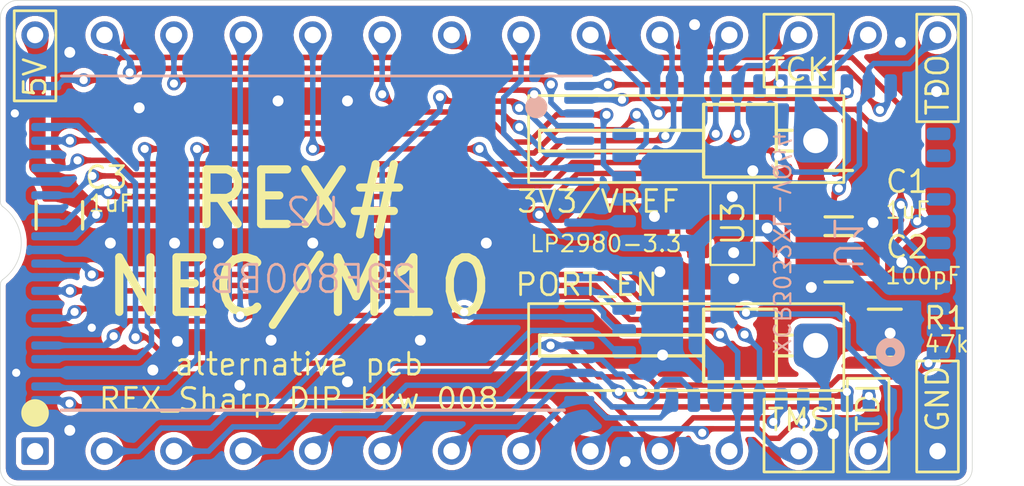
<source format=kicad_pcb>
(kicad_pcb (version 20221018) (generator pcbnew)
  (title_block (title "REX_Sharp_DIP_bkw") (date "2023-07-04") (rev "008") (company "Brian K. White - b.kenyon.w@gmail.com") (comment 1 "Based on REX NEC by Steve Adolph"))
  (layers (0 "F.Cu" signal "Top") (31 "B.Cu" signal "Bottom") (34 "B.Paste" user) (35 "F.Paste" user) (36 "B.SilkS" user "B.Silkscreen") (37 "F.SilkS" user "F.Silkscreen") (38 "B.Mask" user) (39 "F.Mask" user) (44 "Edge.Cuts" user))
  (net 0 "")
  (net 1 "GND")
  (net 2 "+3V3")
  (net 3 "/PORT_EN")
  (net 4 "/D1{slash}TMS")
  (net 5 "/A12")
  (net 6 "/A7")
  (net 7 "/A6")
  (net 8 "/A5")
  (net 9 "/A4")
  (net 10 "+5V")
  (net 11 "/A3")
  (net 12 "/A2")
  (net 13 "/A1")
  (net 14 "/A0")
  (net 15 "/D0")
  (net 16 "/D4")
  (net 17 "/D6")
  (net 18 "/D7")
  (net 19 "/~{BUS_CS}")
  (net 20 "/A10")
  (net 21 "/~{BUS_OE}")
  (net 22 "/A11")
  (net 23 "/A9")
  (net 24 "/A13")
  (net 25 "/A14")
  (net 26 "/D2{slash}TDI")
  (net 27 "/D3{slash}TDO")
  (net 28 "/A17")
  (net 29 "/D5{slash}TCK")
  (net 30 "/A16")
  (net 31 "/RY{slash}~{BY}")
  (net 32 "/A8")
  (net 33 "/A19")
  (net 34 "/~{SRAM_WE}")
  (net 35 "/A18")
  (net 40 "/~{SRAM_OE}")
  (net 42 "/~{SRAM_CE}")
  (net 45 "/A15")
  (footprint "000_LOCAL:DIP-28_600_pcb_shallow_notch" (layer "F.Cu") (at 147.218 99.187 90)
    (fp_text reference "J1" hide)
    (fp_text value "Option-ROM SOCKET")
    (fp_line (start -8.89 17.145) (end -8.89 -17.145) (stroke (width 0.0254)) (layer "Edge.Cuts"))
    (fp_line (start -8.255 -17.78) (end -1.524 -17.78) (stroke (width 0.0254)) (layer "Edge.Cuts"))
    (fp_line (start 1.524 -17.78) (end 8.255 -17.78) (stroke (width 0.0254)) (layer "Edge.Cuts"))
    (fp_line (start 8.255 17.78) (end -8.255 17.78) (stroke (width 0.0254)) (layer "Edge.Cuts"))
    (fp_line (start 8.89 -17.145) (end 8.89 17.145) (stroke (width 0.0254)) (layer "Edge.Cuts"))
    (fp_arc (start -8.89 -17.145) (mid -8.704013 -17.594013) (end -8.255 -17.78) (stroke (width 0.0254)) (layer "Edge.Cuts"))
    (fp_arc (start -8.255 17.78) (mid -8.704013 17.594013) (end -8.89 17.145) (stroke (width 0.0254)) (layer "Edge.Cuts"))
    (fp_arc (start -1.524 -17.78) (mid -1.426799 -17.760665) (end -1.344395 -17.705605) (stroke (width 0.0254)) (layer "Edge.Cuts"))
    (fp_arc (start 1.344395 -17.705605) (mid 0 -17.015057) (end -1.344395 -17.705605) (stroke (width 0.0254)) (layer "Edge.Cuts"))
    (fp_arc (start 1.344395 -17.705605) (mid 1.426798 -17.760665) (end 1.524 -17.78) (stroke (width 0.0254)) (layer "Edge.Cuts"))
    (fp_arc (start 8.255 -17.78) (mid 8.704013 -17.594013) (end 8.89 -17.145) (stroke (width 0.0254)) (layer "Edge.Cuts"))
    (fp_arc (start 8.89 17.145) (mid 8.704013 17.594013) (end 8.255 17.78) (stroke (width 0.0254)) (layer "Edge.Cuts"))
  )
  (footprint "000_LOCAL:R_0805" (layer "F.Cu") (at 161.7976 102.489 180)
    (fp_text reference "R1")
    (fp_text value "47k")
  )
  (footprint "000_LOCAL:C_0805" (layer "F.Cu") (at 131.597 98.171 -90)
    (fp_text reference "C3")
    (fp_text value "1uF")
  )
  (footprint "000_LOCAL:1x1_pin_h" (layer "F.Cu") (at 159.268 95.437 180)
    (fp_text reference "TP2" hide)
    (fp_text value "3V3/VREF")
  )
  (footprint "000_LOCAL:SOT-23-5" (layer "F.Cu") (at 156.218 98.487)
    (fp_text reference "U3")
    (fp_text value "LP2980-3.3")
  )
  (footprint "000_LOCAL:C_0805" (layer "F.Cu") (at 160.108 99.762 180)
    (fp_text reference "C2")
    (fp_text value "100pF")
  )
  (footprint "000_LOCAL:1x1_pin_h" (layer "F.Cu") (at 159.268 102.937 180)
    (fp_text reference "TP1" hide)
    (fp_text value "PORT_EN")
  )
  (footprint "000_LOCAL:C_0805" (layer "F.Cu") (at 160.113 97.377)
    (fp_text reference "C1")
    (fp_text value "1uF")
  )
  (footprint "000_LOCAL:TSOP-48" (layer "B.Cu") (at 140.868 99.187 180)
    (fp_text reference "U2")
    (fp_text value "29F800BB")
  )
  (footprint "000_LOCAL:VQFP44" (layer "B.Cu") (at 158.013 99.187 90)
    (fp_text reference "U1")
    (fp_text value "XCR3032XL-VQ44")
  )
  (gr_circle (center 130.708 105.41) (end 131.208 105.41) (stroke (width 0.01)) (fill solid) (layer "F.SilkS"))
  (gr_rect (start 162.966 103.505) (end 164.49 107.569) (stroke (width 0.1)) (fill none) (layer "F.SilkS"))
  (gr_rect (start 129.946 90.678) (end 131.47 93.98) (stroke (width 0.1)) (fill none) (layer "F.SilkS"))
  (gr_rect (start 157.378 104.902) (end 159.918 107.569) (stroke (width 0.1)) (fill none) (layer "F.SilkS"))
  (gr_rect (start 157.378 90.805) (end 159.918 93.472) (stroke (width 0.1)) (fill none) (layer "F.SilkS"))
  (gr_rect (start 148.766 101.4055) (end 160.299 104.5885) (stroke (width 0.1)) (fill none) (layer "F.SilkS"))
  (gr_rect (start 148.766 93.7855) (end 160.299 96.9685) (stroke (width 0.1)) (fill none) (layer "F.SilkS"))
  (gr_rect (start 162.966 90.805) (end 164.49 94.742) (stroke (width 0.1)) (fill none) (layer "F.SilkS"))
  (gr_rect (start 160.426 104.14) (end 161.95 107.569) (stroke (width 0.1)) (fill none) (layer "F.SilkS"))
  (gr_text "GND" (at 163.728 106.172 90) (layer "F.SilkS") (effects (font (size 0.8 0.8) (thickness 0.1)) (justify left)))
  (gr_text "TDO" (at 163.728 92.202 90) (layer "F.SilkS") (effects (font (size 0.8 0.8) (thickness 0.1)) (justify right)))
  (gr_text "alternative pcb\n${TITLE} ${REVISION}" (at 140.36 104.267) (layer "F.SilkS") (effects (font (size 0.8 0.8) (thickness 0.1))))
  (gr_text "TMS" (at 158.648 105.664) (layer "F.SilkS") (effects (font (size 0.8 0.8) (thickness 0.1))))
  (gr_text "TCK" (at 158.648 92.837) (layer "F.SilkS") (effects (font (size 0.8 0.8) (thickness 0.1))))
  (gr_text "TDI" (at 161.188 106.172 90) (layer "F.SilkS") (effects (font (size 0.8 0.8) (thickness 0.1)) (justify left)))
  (gr_text "REX#\nNEC/M10" (at 140.36 99.187) (layer "F.SilkS") (effects (font (size 2 2) (thickness 0.3))))
  (gr_text "5V" (at 130.708 92.329 90) (layer "F.SilkS") (effects (font (size 0.8 0.8) (thickness 0.1)) (justify right)))
  (via (at 132.783 102.287) (size 0.5) (drill 0.3) (layers "F.Cu" "B.Cu") (net 1))
  (via (at 139.344 102.743) (size 0.6) (drill 0.4) (layers "F.Cu" "B.Cu") (net 1))
  (via (at 147.218 99.187) (size 0.6) (drill 0.4) (layers "F.Cu" "B.Cu") (net 1))
  (via (at 133.463 99.187) (size 0.6) (drill 0.4) (layers "F.Cu" "B.Cu") (net 1))
  (via (at 131.978 106.045) (size 0.6) (drill 0.4) (layers "F.Cu" "B.Cu") (net 1))
  (via (at 139.598 93.98) (size 0.6) (drill 0.4) (layers "F.Cu" "B.Cu") (net 1))
  (via (at 156.268 100.487) (size 0.6) (drill 0.4) (layers "F.Cu" "B.Cu") (net 1))
  (via (at 153.368 98.212) (size 0.6) (drill 0.4) (layers "F.Cu" "B.Cu") (net 1))
  (via (at 159.918 106.172) (size 0.6) (drill 0.4) (layers "F.Cu" "B.Cu") (net 1))
  (via (at 138.201 104.394) (size 0.6) (drill 0.4) (layers "F.Cu" "B.Cu") (net 1))
  (via (at 135.918 102.787) (size 0.6) (drill 0.4) (layers "F.Cu" "B.Cu") (net 1))
  (via (at 156.268 99.537) (size 0.6) (drill 0.4) (layers "F.Cu" "B.Cu") (net 1))
  (via (at 154.838 91.186) (size 0.6) (drill 0.4) (layers "F.Cu" "B.Cu") (net 1))
  (via (at 144.805 102.743) (size 0.6) (drill 0.4) (layers "F.Cu" "B.Cu") (net 1))
  (via (at 162.368 91.837) (size 0.6) (drill 0.4) (layers "F.Cu" "B.Cu") (net 1))
  (via (at 135.8134 99.187) (size 0.6) (drill 0.4) (layers "F.Cu" "B.Cu") (net 1))
  (via (at 162.418 99.887) (size 0.6) (drill 0.4) (layers "F.Cu" "B.Cu") (net 1))
  (via (at 163.693 93.637) (size 0.6) (drill 0.4) (layers "F.Cu" "B.Cu") (net 1))
  (via (at 131.978 92.202) (size 0.6) (drill 0.4) (layers "F.Cu" "B.Cu") (net 1))
  (via (at 134.518 94.234) (size 0.6) (drill 0.4) (layers "F.Cu" "B.Cu") (net 1))
  (via (at 135.018 103.837) (size 0.6) (drill 0.4) (layers "F.Cu" "B.Cu") (net 1))
  (via (at 152.298 107.188) (size 0.6) (drill 0.4) (layers "F.Cu" "B.Cu") (net 1))
  (via (at 142.138 93.98) (size 0.6) (drill 0.4) (layers "F.Cu" "B.Cu") (net 1))
  (via (at 156.968 96.537) (size 0.6) (drill 0.4) (layers "F.Cu" "B.Cu") (net 1))
  (via (at 156.218 97.487) (size 0.6) (drill 0.4) (layers "F.Cu" "B.Cu") (net 1))
  (via (at 142.138 104.267) (size 0.6) (drill 0.4) (layers "F.Cu" "B.Cu") (net 1))
  (via (at 161.993 102.487) (size 0.6) (drill 0.4) (layers "F.Cu" "B.Cu") (net 1))
  (via (at 130.018 103.937) (size 0.5) (drill 0.3) (layers "F.Cu" "B.Cu") (net 1))
  (via (at 129.968 94.437) (size 0.5) (drill 0.3) (layers "F.Cu" "B.Cu") (net 1))
  (via (at 137.4136 99.187) (size 0.6) (drill 0.4) (layers "F.Cu" "B.Cu") (net 1))
  (via (at 153.668 103.287) (size 0.6) (drill 0.4) (layers "F.Cu" "B.Cu") (net 1))
  (via (at 161.368 98.437) (size 0.6) (drill 0.4) (layers "F.Cu" "B.Cu") (net 1))
  (via (at 140.868 99.187) (size 0.6) (drill 0.4) (layers "F.Cu" "B.Cu") (net 1))
  (via (at 159.108 100.812) (size 0.6) (drill 0.4) (layers "F.Cu" "B.Cu") (net 1))
  (via (at 153.568 100.237) (size 0.6) (drill 0.4) (layers "F.Cu" "B.Cu") (net 1))
  (segment (start 159.113 97.377) (end 159.113 95.592) (width 0.6) (layer "F.Cu") (net 2))
  (segment (start 157.644 97.697) (end 158.793 97.697) (width 0.6) (layer "F.Cu") (net 2))
  (segment (start 157.493 98.637) (end 157.493 97.848) (width 0.6) (layer "F.Cu") (net 2))
  (segment (start 158.793 97.697) (end 159.113 97.377) (width 0.6) (layer "F.Cu") (net 2))
  (segment (start 159.113 95.592) (end 159.268 95.437) (width 0.6) (layer "F.Cu") (net 2))
  (segment (start 157.493 97.848) (end 157.644 97.697) (width 0.6) (layer "F.Cu") (net 2))
  (via (at 157.493 98.637) (size 0.6) (drill 0.4) (layers "F.Cu" "B.Cu") (net 2))
  (segment (start 155.613 103.682) (end 154.918 102.987) (width 0.6) (layer "B.Cu") (net 2))
  (segment (start 157.493 98.637) (end 155.468 98.637) (width 0.6) (layer "B.Cu") (net 2))
  (segment (start 155.468 98.637) (end 154.918 99.187) (width 0.6) (layer "B.Cu") (net 2))
  (segment (start 154.918 102.987) (end 154.918 99.187) (width 0.6) (layer "B.Cu") (net 2))
  (segment (start 155.613 104.937) (end 155.613 103.682) (width 0.6) (layer "B.Cu") (net 2))
  (segment (start 160.668 99.462) (end 158.318 99.462) (width 0.6) (layer "B.Cu") (net 2))
  (segment (start 158.318 99.462) (end 157.493 98.637) (width 0.6) (layer "B.Cu") (net 2))
  (segment (start 163.763 100.787) (end 161.993 100.787) (width 0.6) (layer "B.Cu") (net 2))
  (segment (start 158.813 93.437) (end 158.813 94.982) (width 0.6) (layer "B.Cu") (net 2))
  (segment (start 161.993 100.787) (end 160.668 99.462) (width 0.6) (layer "B.Cu") (net 2))
  (segment (start 158.813 94.982) (end 159.268 95.437) (width 0.6) (layer "B.Cu") (net 2))
  (segment (start 154.918 99.187) (end 152.263 99.187) (width 0.6) (layer "B.Cu") (net 2))
  (segment (start 160.8476 102.489) (end 159.716 102.489) (width 0.2) (layer "F.Cu") (net 3))
  (segment (start 159.716 102.489) (end 159.268 102.937) (width 0.2) (layer "F.Cu") (net 3))
  (segment (start 159.613 103.282) (end 159.268 102.937) (width 0.2) (layer "B.Cu") (net 3))
  (segment (start 159.613 104.937) (end 159.613 103.282) (width 0.2) (layer "B.Cu") (net 3))
  (segment (start 156.668 102.537) (end 156.118 101.987) (width 0.2) (layer "F.Cu") (net 4))
  (segment (start 137.733 100.737) (end 136.883 101.587) (width 0.2) (layer "F.Cu") (net 4))
  (segment (start 151.218 100.737) (end 137.733 100.737) (width 0.2) (layer "F.Cu") (net 4))
  (segment (start 152.468 101.987) (end 151.218 100.737) (width 0.2) (layer "F.Cu") (net 4))
  (segment (start 136.883 101.587) (end 132.273 101.587) (width 0.2) (layer "F.Cu") (net 4))
  (segment (start 156.118 101.987) (end 152.468 101.987) (width 0.2) (layer "F.Cu") (net 4))
  (segment (start 132.273 101.587) (end 132.153 101.707) (width 0.2) (layer "F.Cu") (net 4))
  (via (at 132.153 101.707) (size 0.5) (drill 0.3) (layers "F.Cu" "B.Cu") (net 4))
  (via (at 156.668 102.537) (size 0.5) (drill 0.3) (layers "F.Cu" "B.Cu") (net 4))
  (segment (start 157.213 104.937) (end 157.118 105.032) (width 0.2) (layer "B.Cu") (net 4))
  (segment (start 157.118 105.032) (end 157.118 106.0644) (width 0.2) (layer "B.Cu") (net 4))
  (segment (start 156.668 102.537) (end 157.213 103.082) (width 0.2) (layer "B.Cu") (net 4))
  (segment (start 157.213 103.082) (end 157.213 104.937) (width 0.2) (layer "B.Cu") (net 4))
  (segment (start 157.8606 106.807) (end 158.648 106.807) (width 0.2) (layer "B.Cu") (net 4))
  (segment (start 132.153 101.707) (end 131.923 101.937) (width 0.2) (layer "B.Cu") (net 4))
  (segment (start 157.118 106.0644) (end 157.8606 106.807) (width 0.2) (layer "B.Cu") (net 4))
  (segment (start 131.923 101.937) (end 131.118 101.937) (width 0.2) (layer "B.Cu") (net 4))
  (segment (start 145.668 93.987) (end 145.518 93.837) (width 0.2) (layer "F.Cu") (net 5))
  (segment (start 148.418 94.237) (end 148.168 93.987) (width 0.2) (layer "F.Cu") (net 5))
  (segment (start 148.168 93.987) (end 145.668 93.987) (width 0.2) (layer "F.Cu") (net 5))
  (via (at 145.518 93.837) (size 0.5) (drill 0.3) (layers "F.Cu" "B.Cu") (net 5))
  (via (at 148.418 94.237) (size 0.5) (drill 0.3) (layers "F.Cu" "B.Cu") (net 5))
  (segment (start 137.706282 105.41) (end 137.154282 105.962) (width 0.2) (layer "B.Cu") (net 5))
  (segment (start 139.344 105.41) (end 137.706282 105.41) (width 0.2) (layer "B.Cu") (net 5))
  (segment (start 148.568 94.237) (end 149.768 95.437) (width 0.2) (layer "B.Cu") (net 5))
  (segment (start 149.768 95.437) (end 150.618 95.437) (width 0.2) (layer "B.Cu") (net 5))
  (segment (start 135.327 105.962) (end 134.482 106.807) (width 0.2) (layer "B.Cu") (net 5))
  (segment (start 145.518 94.337) (end 143.408 96.447) (width 0.2) (layer "B.Cu") (net 5))
  (segment (start 134.482 106.807) (end 133.248 106.807) (width 0.2) (layer "B.Cu") (net 5))
  (segment (start 148.418 94.237) (end 148.568 94.237) (width 0.2) (layer "B.Cu") (net 5))
  (segment (start 145.518 93.837) (end 145.518 94.337) (width 0.2) (layer "B.Cu") (net 5))
  (segment (start 143.408 96.447) (end 143.408 101.346) (width 0.2) (layer "B.Cu") (net 5))
  (segment (start 137.154282 105.962) (end 135.327 105.962) (width 0.2) (layer "B.Cu") (net 5))
  (segment (start 143.408 101.346) (end 139.344 105.41) (width 0.2) (layer "B.Cu") (net 5))
  (segment (start 150.618 102.437) (end 150.668 102.487) (width 0.2) (layer "B.Cu") (net 6))
  (segment (start 152.138 103.062) (end 152.263 103.187) (width 0.2) (layer "B.Cu") (net 6))
  (segment (start 137.058 106.807) (end 135.788 106.807) (width 0.2) (layer "B.Cu") (net 6))
  (segment (start 139.64475 105.918) (end 137.947 105.918) (width 0.2) (layer "B.Cu") (net 6))
  (segment (start 150.668 102.487) (end 151.283 102.487) (width 0.2) (layer "B.Cu") (net 6))
  (segment (start 142.9 105.029) (end 140.53375 105.029) (width 0.2) (layer "B.Cu") (net 6))
  (segment (start 147.345 103.886) (end 144.043 103.886) (width 0.2) (layer "B.Cu") (net 6))
  (segment (start 137.947 105.918) (end 137.058 106.807) (width 0.2) (layer "B.Cu") (net 6))
  (segment (start 150.618 102.437) (end 150.568 102.387) (width 0.2) (layer "B.Cu") (net 6))
  (segment (start 140.53375 105.029) (end 139.64475 105.918) (width 0.2) (layer "B.Cu") (net 6))
  (segment (start 150.568 102.387) (end 148.844 102.387) (width 0.2) (layer "B.Cu") (net 6))
  (segment (start 148.844 102.387) (end 147.345 103.886) (width 0.2) (layer "B.Cu") (net 6))
  (segment (start 151.283 102.487) (end 151.858 103.062) (width 0.2) (layer "B.Cu") (net 6))
  (segment (start 144.043 103.886) (end 142.9 105.029) (width 0.2) (layer "B.Cu") (net 6))
  (segment (start 151.858 103.062) (end 152.138 103.062) (width 0.2) (layer "B.Cu") (net 6))
  (segment (start 153.118 104.087) (end 151.318 104.087) (width 0.2) (layer "F.Cu") (net 7))
  (segment (start 151.318 104.087) (end 150.168 102.937) (width 0.2) (layer "F.Cu") (net 7))
  (segment (start 153.418 104.387) (end 153.118 104.087) (width 0.2) (layer "F.Cu") (net 7))
  (segment (start 159.818 104.387) (end 153.418 104.387) (width 0.2) (layer "F.Cu") (net 7))
  (segment (start 163.393 103.587) (end 162.893 104.087) (width 0.2) (layer "F.Cu") (net 7))
  (segment (start 150.168 102.937) (end 149.568 102.937) (width 0.2) (layer "F.Cu") (net 7))
  (segment (start 162.893 104.087) (end 160.118 104.087) (width 0.2) (layer "F.Cu") (net 7))
  (segment (start 160.118 104.087) (end 159.818 104.387) (width 0.2) (layer "F.Cu") (net 7))
  (via (at 163.393 103.587) (size 0.5) (drill 0.3) (layers "F.Cu" "B.Cu") (net 7))
  (via (at 149.568 102.937) (size 0.5) (drill 0.3) (layers "F.Cu" "B.Cu") (net 7))
  (segment (start 150.618 102.937) (end 149.568 102.937) (width 0.2) (layer "B.Cu") (net 7))
  (segment (start 149.056 102.937) (end 147.599 104.394) (width 0.2) (layer "B.Cu") (net 7))
  (segment (start 147.599 104.394) (end 144.297 104.394) (width 0.2) (layer "B.Cu") (net 7))
  (segment (start 144.297 104.394) (end 143.179 105.512) (width 0.2) (layer "B.Cu") (net 7))
  (segment (start 163.393 103.587) (end 163.763 103.217) (width 0.2) (layer "B.Cu") (net 7))
  (segment (start 149.568 102.937) (end 149.056 102.937) (width 0.2) (layer "B.Cu") (net 7))
  (segment (start 140.8545 105.512) (end 139.5595 106.807) (width 0.2) (layer "B.Cu") (net 7))
  (segment (start 143.179 105.512) (end 140.8545 105.512) (width 0.2) (layer "B.Cu") (net 7))
  (segment (start 163.763 103.217) (end 163.763 103.187) (width 0.2) (layer "B.Cu") (net 7))
  (segment (start 139.5595 106.807) (end 138.328 106.807) (width 0.2) (layer "B.Cu") (net 7))
  (segment (start 153.018 104.787) (end 160.263 104.787) (width 0.2) (layer "F.Cu") (net 8))
  (segment (start 152.868 104.637) (end 153.018 104.787) (width 0.2) (layer "F.Cu") (net 8))
  (segment (start 160.263 104.787) (end 160.413 104.637) (width 0.2) (layer "F.Cu") (net 8))
  (via (at 160.413 104.637) (size 0.5) (drill 0.3) (layers "F.Cu" "B.Cu") (net 8))
  (via (at 152.868 104.637) (size 0.5) (drill 0.3) (layers "F.Cu" "B.Cu") (net 8))
  (segment (start 144.551 104.902) (end 143.491 105.962) (width 0.2) (layer "B.Cu") (net 8))
  (segment (start 141.713 105.962) (end 140.868 106.807) (width 0.2) (layer "B.Cu") (net 8))
  (segment (start 152.868 104.637) (end 152.218 103.987) (width 0.2) (layer "B.Cu") (net 8))
  (segment (start 150.618 103.437) (end 150.568 103.487) (width 0.2) (layer "B.Cu") (net 8))
  (segment (start 152.218 103.987) (end 151.983 103.987) (width 0.2) (layer "B.Cu") (net 8))
  (segment (start 143.491 105.962) (end 141.713 105.962) (width 0.2) (layer "B.Cu") (net 8))
  (segment (start 160.413 104.637) (end 160.413 104.937) (width 0.2) (layer "B.Cu") (net 8))
  (segment (start 151.983 103.987) (end 151.433 103.437) (width 0.2) (layer "B.Cu") (net 8))
  (segment (start 149.268 103.487) (end 147.853 104.902) (width 0.2) (layer "B.Cu") (net 8))
  (segment (start 150.568 103.487) (end 149.268 103.487) (width 0.2) (layer "B.Cu") (net 8))
  (segment (start 147.853 104.902) (end 144.551 104.902) (width 0.2) (layer "B.Cu") (net 8))
  (segment (start 151.433 103.437) (end 150.618 103.437) (width 0.2) (layer "B.Cu") (net 8))
  (segment (start 152.618 105.187) (end 152.068 104.637) (width 0.2) (layer "F.Cu") (net 9))
  (segment (start 160.818 105.187) (end 152.618 105.187) (width 0.2) (layer "F.Cu") (net 9))
  (segment (start 161.218 104.787) (end 160.818 105.187) (width 0.2) (layer "F.Cu") (net 9))
  (via (at 152.068 104.637) (size 0.5) (drill 0.3) (layers "F.Cu" "B.Cu") (net 9))
  (via (at 161.218 104.787) (size 0.5) (drill 0.3) (layers "F.Cu" "B.Cu") (net 9))
  (segment (start 152.068 104.637) (end 151.418 103.987) (width 0.2) (layer "B.Cu") (net 9))
  (segment (start 149.58 103.937) (end 148.107 105.41) (width 0.2) (layer "B.Cu") (net 9))
  (segment (start 150.618 103.937) (end 149.58 103.937) (width 0.2) (layer "B.Cu") (net 9))
  (segment (start 148.107 105.41) (end 144.805 105.41) (width 0.2) (layer "B.Cu") (net 9))
  (segment (start 144.805 105.41) (end 143.408 106.807) (width 0.2) (layer "B.Cu") (net 9))
  (segment (start 151.418 103.987) (end 150.668 103.987) (width 0.2) (layer "B.Cu") (net 9))
  (segment (start 150.668 103.987) (end 150.618 103.937) (width 0.2) (layer "B.Cu") (net 9))
  (segment (start 154.493 99.237) (end 154.768 99.237) (width 0.2) (layer "F.Cu") (net 10))
  (segment (start 150.863 97.237) (end 149.953 98.147) (width 0.6) (layer "F.Cu") (net 10))
  (segment (start 130.793 91.652) (end 130.708 91.567) (width 0.6) (layer "F.Cu") (net 10))
  (segment (start 154.218 97.637) (end 154.218 98.962) (width 0.2) (layer "F.Cu") (net 10))
  (segment (start 130.793 96.367) (end 130.793 91.652) (width 0.6) (layer "F.Cu") (net 10))
  (segment (start 154.968 97.537) (end 154.318 97.537) (width 0.6) (layer "F.Cu") (net 10))
  (segment (start 154.318 97.537) (end 154.018 97.237) (width 0.6) (layer "F.Cu") (net 10))
  (segment (start 154.768 99.237) (end 154.968 99.437) (width 0.2) (layer "F.Cu") (net 10))
  (segment (start 154.018 97.237) (end 150.863 97.237) (width 0.6) (layer "F.Cu") (net 10))
  (segment (start 149.153 98.147) (end 132.943 98.147) (width 0.6) (layer "F.Cu") (net 10))
  (segment (start 131.597 97.171) (end 130.793 96.367) (width 0.6) (layer "F.Cu") (net 10))
  (segment (start 132.943 98.147) (end 131.967 97.171) (width 0.6) (layer "F.Cu") (net 10))
  (segment (start 154.318 97.537) (end 154.218 97.637) (width 0.2) (layer "F.Cu") (net 10))
  (segment (start 154.218 98.962) (end 154.493 99.237) (width 0.2) (layer "F.Cu") (net 10))
  (segment (start 131.967 97.171) (end 131.597 97.171) (width 0.6) (layer "F.Cu") (net 10))
  (segment (start 149.953 98.147) (end 149.153 98.147) (width 0.6) (layer "F.Cu") (net 10))
  (via (at 132.943 98.147) (size 0.5) (drill 0.3) (layers "F.Cu" "B.Cu") (net 10))
  (via (at 149.153 98.147) (size 0.5) (drill 0.3) (layers "F.Cu" "B.Cu") (net 10))
  (segment (start 132.943 98.147) (end 132.153 98.937) (width 0.3) (layer "B.Cu") (net 10))
  (segment (start 149.943 98.937) (end 150.618 98.937) (width 0.2) (layer "B.Cu") (net 10))
  (segment (start 132.153 98.937) (end 131.118 98.937) (width 0.3) (layer "B.Cu") (net 10))
  (segment (start 149.153 98.147) (end 149.943 98.937) (width 0.2) (layer "B.Cu") (net 10))
  (segment (start 153.458 104.847) (end 153.458 104.4495) (width 0.2) (layer "B.Cu") (net 11))
  (segment (start 150.618 104.437) (end 149.843 104.437) (width 0.2) (layer "B.Cu") (net 11))
  (segment (start 149.843 104.437) (end 148.362 105.918) (width 0.2) (layer "B.Cu") (net 11))
  (segment (start 154.683 104.537) (end 154.683 104.807) (width 0.2) (layer "B.Cu") (net 11))
  (segment (start 154.683 104.807) (end 154.813 104.937) (width 0.2) (layer "B.Cu") (net 11))
  (segment (start 153.7205 104.187) (end 154.333 104.187) (width 0.2) (layer "B.Cu") (net 11))
  (segment (start 146.837 105.918) (end 145.948 106.807) (width 0.2) (layer "B.Cu") (net 11))
  (segment (start 154.333 104.187) (end 154.683 104.537) (width 0.2) (layer "B.Cu") (net 11))
  (segment (start 151.268 104.437) (end 151.518 104.687) (width 0.2) (layer "B.Cu") (net 11))
  (segment (start 151.518 104.687) (end 151.518 104.887) (width 0.2) (layer "B.Cu") (net 11))
  (segment (start 151.818 105.187) (end 153.118 105.187) (width 0.2) (layer "B.Cu") (net 11))
  (segment (start 153.118 105.187) (end 153.458 104.847) (width 0.2) (layer "B.Cu") (net 11))
  (segment (start 151.518 104.887) (end 151.818 105.187) (width 0.2) (layer "B.Cu") (net 11))
  (segment (start 153.458 104.4495) (end 153.7205 104.187) (width 0.2) (layer "B.Cu") (net 11))
  (segment (start 148.362 105.918) (end 146.837 105.918) (width 0.2) (layer "B.Cu") (net 11))
  (segment (start 150.618 104.437) (end 151.268 104.437) (width 0.2) (layer "B.Cu") (net 11))
  (segment (start 148.488 106.68) (end 148.488 106.807) (width 0.2) (layer "B.Cu") (net 12))
  (segment (start 151.608 105.587) (end 150.958 104.937) (width 0.2) (layer "B.Cu") (net 12))
  (segment (start 154.013 104.937) (end 154.013 105.157) (width 0.2) (layer "B.Cu") (net 12))
  (segment (start 150.618 104.937) (end 150.231 104.937) (width 0.2) (layer "B.Cu") (net 12))
  (segment (start 150.231 104.937) (end 148.488 106.68) (width 0.2) (layer "B.Cu") (net 12))
  (segment (start 153.583 105.587) (end 151.608 105.587) (width 0.2) (layer "B.Cu") (net 12))
  (segment (start 154.013 105.157) (end 153.583 105.587) (width 0.2) (layer "B.Cu") (net 12))
  (segment (start 150.958 104.937) (end 150.618 104.937) (width 0.2) (layer "B.Cu") (net 12))
  (segment (start 155.268 105.987) (end 155.118 106.137) (width 0.2) (layer "F.Cu") (net 13))
  (segment (start 149.408 105.187) (end 151.028 106.807) (width 0.2) (layer "F.Cu") (net 13))
  (segment (start 158.418 105.837) (end 157.918 106.337) (width 0.2) (layer "F.Cu") (net 13))
  (segment (start 131.968 105.062) (end 132.093 105.187) (width 0.2) (layer "F.Cu") (net 13))
  (segment (start 158.713 105.837) (end 158.418 105.837) (width 0.2) (layer "F.Cu") (net 13))
  (segment (start 157.518 106.337) (end 157.168 105.987) (width 0.2) (layer "F.Cu") (net 13))
  (segment (start 158.813 105.737) (end 158.713 105.837) (width 0.2) (layer "F.Cu") (net 13))
  (segment (start 157.168 105.987) (end 155.268 105.987) (width 0.2) (layer "F.Cu") (net 13))
  (segment (start 132.093 105.187) (end 149.408 105.187) (width 0.2) (layer "F.Cu") (net 13))
  (segment (start 157.918 106.337) (end 157.518 106.337) (width 0.2) (layer "F.Cu") (net 13))
  (via (at 155.118 106.137) (size 0.5) (drill 0.3) (layers "F.Cu" "B.Cu") (net 13))
  (via (at 158.813 105.737) (size 0.5) (drill 0.3) (layers "F.Cu" "B.Cu") (net 13))
  (via (at 131.968 105.062) (size 0.5) (drill 0.3) (layers "F.Cu" "B.Cu") (net 13))
  (segment (start 151.848 105.987) (end 151.028 106.807) (width 0.2) (layer "B.Cu") (net 13))
  (segment (start 154.968 105.987) (end 151.848 105.987) (width 0.2) (layer "B.Cu") (net 13))
  (segment (start 131.168 104.987) (end 131.118 104.937) (width 0.2) (layer "B.Cu") (net 13))
  (segment (start 131.893 104.987) (end 131.168 104.987) (width 0.2) (layer "B.Cu") (net 13))
  (segment (start 131.968 105.062) (end 131.893 104.987) (width 0.2) (layer "B.Cu") (net 13))
  (segment (start 158.813 105.737) (end 158.813 104.937) (width 0.2) (layer "B.Cu") (net 13))
  (segment (start 155.118 106.137) (end 154.968 105.987) (width 0.2) (layer "B.Cu") (net 13))
  (segment (start 157.568 105.587) (end 154.788 105.587) (width 0.2) (layer "F.Cu") (net 14))
  (segment (start 135.718 103.587) (end 134.768 102.637) (width 0.2) (layer "F.Cu") (net 14))
  (segment (start 151.948 105.187) (end 151.818 105.187) (width 0.2) (layer "F.Cu") (net 14))
  (segment (start 134.768 102.637) (end 134.383 102.637) (width 0.2) (layer "F.Cu") (net 14))
  (segment (start 153.568 106.807) (end 151.948 105.187) (width 0.2) (layer "F.Cu") (net 14))
  (segment (start 151.818 105.187) (end 150.218 103.587) (width 0.2) (layer "F.Cu") (net 14))
  (segment (start 150.218 103.587) (end 135.718 103.587) (width 0.2) (layer "F.Cu") (net 14))
  (segment (start 154.788 105.587) (end 153.568 106.807) (width 0.2) (layer "F.Cu") (net 14))
  (segment (start 157.718 105.737) (end 157.568 105.587) (width 0.2) (layer "F.Cu") (net 14))
  (via (at 157.718 105.737) (size 0.5) (drill 0.3) (layers "F.Cu" "B.Cu") (net 14))
  (via (at 134.383 102.637) (size 0.5) (drill 0.3) (layers "F.Cu" "B.Cu") (net 14))
  (segment (start 131.118 94.937) (end 131.168 94.887) (width 0.2) (layer "B.Cu") (net 14))
  (segment (start 157.718 105.737) (end 157.868 105.587) (width 0.2) (layer "B.Cu") (net 14))
  (segment (start 132.273 94.887) (end 134.383 96.997) (width 0.2) (layer "B.Cu") (net 14))
  (segment (start 134.383 96.997) (end 134.383 102.637) (width 0.2) (layer "B.Cu") (net 14))
  (segment (start 157.868 105.082) (end 158.013 104.937) (width 0.2) (layer "B.Cu") (net 14))
  (segment (start 157.868 105.587) (end 157.868 105.082) (width 0.2) (layer "B.Cu") (net 14))
  (segment (start 131.168 94.887) (end 132.273 94.887) (width 0.2) (layer "B.Cu") (net 14))
  (segment (start 155.768 102.537) (end 155.618 102.387) (width 0.2) (layer "F.Cu") (net 15))
  (segment (start 137.083 102.037) (end 134.143 102.037) (width 0.2) (layer "F.Cu") (net 15))
  (segment (start 152.268 102.387) (end 151.018 101.137) (width 0.2) (layer "F.Cu") (net 15))
  (segment (start 155.618 102.387) (end 152.268 102.387) (width 0.2) (layer "F.Cu") (net 15))
  (segment (start 137.983 101.137) (end 137.083 102.037) (width 0.2) (layer "F.Cu") (net 15))
  (segment (start 151.018 101.137) (end 137.983 101.137) (width 0.2) (layer "F.Cu") (net 15))
  (segment (start 134.143 102.037) (end 133.583 102.597) (width 0.2) (layer "F.Cu") (net 15))
  (via (at 133.583 102.597) (size 0.5) (drill 0.3) (layers "F.Cu" "B.Cu") (net 15))
  (via (at 155.768 102.537) (size 0.5) (drill 0.3) (layers "F.Cu" "B.Cu") (net 15))
  (segment (start 156.413 104.937) (end 156.413 106.502) (width 0.2) (layer "B.Cu") (net 15))
  (segment (start 156.413 106.502) (end 156.108 106.807) (width 0.2) (layer "B.Cu") (net 15))
  (segment (start 133.583 102.597) (end 133.243 102.937) (width 0.2) (layer "B.Cu") (net 15))
  (segment (start 133.243 102.937) (end 131.118 102.937) (width 0.2) (layer "B.Cu") (net 15))
  (segment (start 156.413 103.182) (end 156.413 104.937) (width 0.2) (layer "B.Cu") (net 15))
  (segment (start 155.768 102.537) (end 156.413 103.182) (width 0.2) (layer "B.Cu") (net 15))
  (segment (start 156.383 95.787) (end 155.533 96.637) (width 0.2) (layer "F.Cu") (net 16))
  (segment (start 157.668 95.787) (end 156.383 95.787) (width 0.2) (layer "F.Cu") (net 16))
  (segment (start 133.673 97.487) (end 133.513 97.327) (width 0.2) (layer "F.Cu") (net 16))
  (segment (start 150.553 96.637) (end 149.703 97.487) (width 0.2) (layer "F.Cu") (net 16))
  (segment (start 133.513 97.327) (end 133.383 97.327) (width 0.2) (layer "F.Cu") (net 16))
  (segment (start 157.893 96.012) (end 157.668 95.787) (width 0.2) (layer "F.Cu") (net 16))
  (segment (start 149.703 97.487) (end 133.673 97.487) (width 0.2) (layer "F.Cu") (net 16))
  (segment (start 155.533 96.637) (end 150.553 96.637) (width 0.2) (layer "F.Cu") (net 16))
  (via (at 133.383 97.327) (size 0.5) (drill 0.3) (layers "F.Cu" "B.Cu") (net 16))
  (via (at 157.893 96.012) (size 0.5) (drill 0.3) (layers "F.Cu" "B.Cu") (net 16))
  (segment (start 131.803 98.437) (end 131.118 98.437) (width 0.2) (layer "B.Cu") (net 16))
  (segment (start 159.733 93.557) (end 159.613 93.437) (width 0.2) (layer "B.Cu") (net 16))
  (segment (start 160.008 96.587) (end 160.458 96.137) (width 0.2) (layer "B.Cu") (net 16))
  (segment (start 158.468 96.587) (end 160.008 96.587) (width 0.2) (layer "B.Cu") (net 16))
  (segment (start 159.613 93.437) (end 159.743 93.307) (width 0.2) (layer "B.Cu") (net 16))
  (segment (start 159.743 93.307) (end 159.743 93.012) (width 0.2) (layer "B.Cu") (net 16))
  (segment (start 157.893 96.012) (end 158.468 96.587) (width 0.2) (layer "B.Cu") (net 16))
  (segment (start 133.383 97.327) (end 132.913 97.327) (width 0.2) (layer "B.Cu") (net 16))
  (segment (start 159.733 93.8745) (end 159.733 93.557) (width 0.2) (layer "B.Cu") (net 16))
  (segment (start 132.913 97.327) (end 131.803 98.437) (width 0.2) (layer "B.Cu") (net 16))
  (segment (start 159.743 93.012) (end 161.188 91.567) (width 0.2) (layer "B.Cu") (net 16))
  (segment (start 160.458 94.5995) (end 159.733 93.8745) (width 0.2) (layer "B.Cu") (net 16))
  (segment (start 160.458 96.137) (end 160.458 94.5995) (width 0.2) (layer "B.Cu") (net 16))
  (segment (start 154.963 95.837) (end 155.613 95.187) (width 0.2) (layer "F.Cu") (net 17))
  (segment (start 133.738 96.157) (end 134.268 96.687) (width 0.2) (layer "F.Cu") (net 17))
  (segment (start 149.333 96.687) (end 150.183 95.837) (width 0.2) (layer "F.Cu") (net 17))
  (segment (start 134.268 96.687) (end 149.333 96.687) (width 0.2) (layer "F.Cu") (net 17))
  (segment (start 132.263 96.157) (end 133.738 96.157) (width 0.2) (layer "F.Cu") (net 17))
  (segment (start 150.183 95.837) (end 154.963 95.837) (width 0.2) (layer "F.Cu") (net 17))
  (via (at 132.263 96.157) (size 0.5) (drill 0.3) (layers "F.Cu" "B.Cu") (net 17))
  (via (at 155.613 95.187) (size 0.5) (drill 0.3) (layers "F.Cu" "B.Cu") (net 17))
  (segment (start 132.263 96.157) (end 131.983 96.437) (width 0.2) (layer "B.Cu") (net 17))
  (segment (start 155.613 92.062) (end 156.108 91.567) (width 0.2) (layer "B.Cu") (net 17))
  (segment (start 131.983 96.437) (end 131.118 96.437) (width 0.2) (layer "B.Cu") (net 17))
  (segment (start 155.613 93.437) (end 155.613 92.062) (width 0.2) (layer "B.Cu") (net 17))
  (segment (start 155.613 95.187) (end 155.613 93.437) (width 0.2) (layer "B.Cu") (net 17))
  (segment (start 153.593 95.437) (end 149.993 95.437) (width 0.2) (layer "F.Cu") (net 18))
  (segment (start 149.143 96.287) (end 134.4505 96.287) (width 0.2) (layer "F.Cu") (net 18))
  (segment (start 134.4505 96.287) (end 133.6005 95.437) (width 0.2) (layer "F.Cu") (net 18))
  (segment (start 149.993 95.437) (end 149.143 96.287) (width 0.2) (layer "F.Cu") (net 18))
  (segment (start 133.6005 95.437) (end 131.983 95.437) (width 0.2) (layer "F.Cu") (net 18))
  (segment (start 153.768 95.262) (end 153.593 95.437) (width 0.2) (layer "F.Cu") (net 18))
  (via (at 153.768 95.262) (size 0.5) (drill 0.3) (layers "F.Cu" "B.Cu") (net 18))
  (via (at 131.983 95.437) (size 0.5) (drill 0.3) (layers "F.Cu" "B.Cu") (net 18))
  (segment (start 131.983 95.437) (end 131.118 95.437) (width 0.2) (layer "B.Cu") (net 18))
  (segment (start 154.013 92.012) (end 153.568 91.567) (width 0.2) (layer "B.Cu") (net 18))
  (segment (start 153.768 95.262) (end 154.068 94.962) (width 0.2) (layer "B.Cu") (net 18))
  (segment (start 154.068 93.492) (end 154.013 93.437) (width 0.2) (layer "B.Cu") (net 18))
  (segment (start 154.068 94.962) (end 154.068 93.492) (width 0.2) (layer "B.Cu") (net 18))
  (segment (start 154.013 93.437) (end 154.013 92.012) (width 0.2) (layer "B.Cu") (net 18))
  (segment (start 153.668 94.287) (end 160.743 94.287) (width 0.2) (layer "F.Cu") (net 19))
  (segment (start 153.518 94.437) (end 153.668 94.287) (width 0.2) (layer "F.Cu") (net 19))
  (segment (start 160.743 94.287) (end 162.383 95.927) (width 0.2) (layer "F.Cu") (net 19))
  (segment (start 162.383 95.927) (end 162.383 97.787) (width 0.2) (layer "F.Cu") (net 19))
  (via (at 162.383 97.787) (size 0.5) (drill 0.3) (layers "F.Cu" "B.Cu") (net 19))
  (via (at 153.518 94.437) (size 0.5) (drill 0.3) (layers "F.Cu" "B.Cu") (net 19))
  (segment (start 153.518 94.437) (end 152.918 93.837) (width 0.2) (layer "B.Cu") (net 19))
  (segment (start 163.368 99.862) (end 163.638 99.862) (width 0.2) (layer "B.Cu") (net 19))
  (segment (start 152.918 93.837) (end 152.918 93.457) (width 0.2) (layer "B.Cu") (net 19))
  (segment (start 162.383 98.877) (end 163.368 99.862) (width 0.2) (layer "B.Cu") (net 19))
  (segment (start 152.918 93.457) (end 151.028 91.567) (width 0.2) (layer "B.Cu") (net 19))
  (segment (start 162.383 97.787) (end 162.383 98.877) (width 0.2) (layer "B.Cu") (net 19))
  (segment (start 163.638 99.862) (end 163.763 99.987) (width 0.2) (layer "B.Cu") (net 19))
  (segment (start 148.488 93.2295) (end 148.488 91.567) (width 0.2) (layer "B.Cu") (net 20))
  (segment (start 147.853 93.8645) (end 148.488 93.2295) (width 0.2) (layer "B.Cu") (net 20))
  (segment (start 150.618 96.437) (end 149.118 96.437) (width 0.2) (layer "B.Cu") (net 20))
  (segment (start 147.853 95.172) (end 147.853 93.8645) (width 0.2) (layer "B.Cu") (net 20))
  (segment (start 149.118 96.437) (end 147.853 95.172) (width 0.2) (layer "B.Cu") (net 20))
  (segment (start 162.983 98.387) (end 162.133 99.237) (width 0.2) (layer "F.Cu") (net 21))
  (segment (start 162.983 98.387) (end 162.983 94.777) (width 0.2) (layer "F.Cu") (net 21))
  (segment (start 160.593 92.387) (end 146.768 92.387) (width 0.2) (layer "F.Cu") (net 21))
  (segment (start 162.983 94.777) (end 160.593 92.387) (width 0.2) (layer "F.Cu") (net 21))
  (segment (start 161.108 99.237) (end 161.108 99.762) (width 0.2) (layer "F.Cu") (net 21))
  (segment (start 162.133 99.237) (end 161.108 99.237) (width 0.2) (layer "F.Cu") (net 21))
  (segment (start 146.768 92.387) (end 145.948 91.567) (width 0.2) (layer "F.Cu") (net 21))
  (via (at 162.983 98.387) (size 0.5) (drill 0.3) (layers "F.Cu" "B.Cu") (net 21))
  (segment (start 162.983 98.387) (end 163.763 98.387) (width 0.2) (layer "B.Cu") (net 21))
  (segment (start 148.318 94.937) (end 147.768 94.387) (width 0.2) (layer "F.Cu") (net 22))
  (segment (start 148.423 94.937) (end 148.318 94.937) (width 0.2) (layer "F.Cu") (net 22))
  (segment (start 147.768 94.387) (end 144.058 94.387) (width 0.2) (layer "F.Cu") (net 22))
  (segment (start 144.058 94.387) (end 143.408 93.737) (width 0.2) (layer "F.Cu") (net 22))
  (via (at 148.423 94.937) (size 0.5) (drill 0.3) (layers "F.Cu" "B.Cu") (net 22))
  (via (at 143.408 93.737) (size 0.5) (drill 0.3) (layers "F.Cu" "B.Cu") (net 22))
  (segment (start 143.408 93.737) (end 143.408 91.567) (width 0.2) (layer "B.Cu") (net 22))
  (segment (start 149.423 95.937) (end 150.618 95.937) (width 0.2) (layer "B.Cu") (net 22))
  (segment (start 148.423 94.937) (end 149.423 95.937) (width 0.2) (layer "B.Cu") (net 22))
  (segment (start 146.968 95.737) (end 140.868 95.737) (width 0.2) (layer "F.Cu") (net 23))
  (via (at 140.868 95.737) (size 0.5) (drill 0.3) (layers "F.Cu" "B.Cu") (net 23))
  (via (at 146.968 95.737) (size 0.5) (drill 0.3) (layers "F.Cu" "B.Cu") (net 23))
  (segment (start 146.968 95.737) (end 148.168 96.937) (width 0.2) (layer "B.Cu") (net 23))
  (segment (start 140.868 95.737) (end 140.868 91.567) (width 0.2) (layer "B.Cu") (net 23))
  (segment (start 148.168 96.937) (end 150.618 96.937) (width 0.2) (layer "B.Cu") (net 23))
  (segment (start 146.168 93.587) (end 145.768 93.187) (width 0.2) (layer "F.Cu") (net 24))
  (segment (start 145.768 93.187) (end 135.946 93.187) (width 0.2) (layer "F.Cu") (net 24))
  (segment (start 148.818 93.587) (end 146.168 93.587) (width 0.2) (layer "F.Cu") (net 24))
  (segment (start 135.946 93.187) (end 135.788 93.345) (width 0.2) (layer "F.Cu") (net 24))
  (segment (start 148.968 93.737) (end 148.818 93.587) (width 0.2) (layer "F.Cu") (net 24))
  (via (at 148.968 93.737) (size 0.5) (drill 0.3) (layers "F.Cu" "B.Cu") (net 24))
  (via (at 135.788 93.345) (size 0.5) (drill 0.3) (layers "F.Cu" "B.Cu") (net 24))
  (segment (start 135.788 93.345) (end 135.788 91.567) (width 0.2) (layer "B.Cu") (net 24))
  (segment (start 149.818 94.887) (end 150.568 94.887) (width 0.2) (layer "B.Cu") (net 24))
  (segment (start 150.568 94.887) (end 150.618 94.937) (width 0.2) (layer "B.Cu") (net 24))
  (segment (start 149.018 93.787) (end 149.018 94.087) (width 0.2) (layer "B.Cu") (net 24))
  (segment (start 149.018 94.087) (end 149.818 94.887) (width 0.2) (layer "B.Cu") (net 24))
  (segment (start 148.968 93.737) (end 149.018 93.787) (width 0.2) (layer "B.Cu") (net 24))
  (segment (start 134.168 92.937) (end 134.318 92.787) (width 0.2) (layer "F.Cu") (net 25))
  (segment (start 149.393 93.187) (end 149.583 93.377) (width 0.2) (layer "F.Cu") (net 25))
  (segment (start 134.318 92.787) (end 145.968 92.787) (width 0.2) (layer "F.Cu") (net 25))
  (segment (start 146.368 93.187) (end 149.393 93.187) (width 0.2) (layer "F.Cu") (net 25))
  (segment (start 145.968 92.787) (end 146.368 93.187) (width 0.2) (layer "F.Cu") (net 25))
  (via (at 149.583 93.377) (size 0.5) (drill 0.3) (layers "F.Cu" "B.Cu") (net 25))
  (via (at 134.168 92.937) (size 0.5) (drill 0.3) (layers "F.Cu" "B.Cu") (net 25))
  (segment (start 134.168 92.487) (end 133.248 91.567) (width 0.2) (layer "B.Cu") (net 25))
  (segment (start 149.583 93.377) (end 149.583 94.037) (width 0.2) (layer "B.Cu") (net 25))
  (segment (start 149.583 94.037) (end 149.983 94.437) (width 0.2) (layer "B.Cu") (net 25))
  (segment (start 149.983 94.437) (end 150.618 94.437) (width 0.2) (layer "B.Cu") (net 25))
  (segment (start 134.168 92.937) (end 134.168 92.487) (width 0.2) (layer "B.Cu") (net 25))
  (segment (start 137.483 100.337) (end 136.883 100.937) (width 0.2) (layer "F.Cu") (net 26))
  (segment (start 136.883 100.937) (end 131.983 100.937) (width 0.2) (layer "F.Cu") (net 26))
  (segment (start 156.568 101.587) (end 152.633 101.587) (width 0.2) (layer "F.Cu") (net 26))
  (segment (start 151.383 100.337) (end 137.483 100.337) (width 0.2) (layer "F.Cu") (net 26))
  (segment (start 152.633 101.587) (end 151.383 100.337) (width 0.2) (layer "F.Cu") (net 26))
  (segment (start 156.718 101.737) (end 156.568 101.587) (width 0.2) (layer "F.Cu") (net 26))
  (via (at 131.983 100.937) (size 0.5) (drill 0.3) (layers "F.Cu" "B.Cu") (net 26))
  (via (at 156.718 101.737) (size 0.5) (drill 0.3) (layers "F.Cu" "B.Cu") (net 26))
  (segment (start 160.4514 102.9716) (end 161.8992 104.4194) (width 0.2) (layer "B.Cu") (net 26))
  (segment (start 160.4514 102.1842) (end 160.4514 102.9716) (width 0.2) (layer "B.Cu") (net 26))
  (segment (start 156.718 101.737) (end 156.768 101.787) (width 0.2) (layer "B.Cu") (net 26))
  (segment (start 161.8992 104.4194) (end 161.8992 104.8232) (width 0.2) (layer "B.Cu") (net 26))
  (segment (start 161.8992 104.8232) (end 162.013 104.937) (width 0.2) (layer "B.Cu") (net 26))
  (segment (start 162.013 104.937) (end 162.013 105.982) (width 0.2) (layer "B.Cu") (net 26))
  (segment (start 162.013 105.982) (end 161.188 106.807) (width 0.2) (layer "B.Cu") (net 26))
  (segment (start 160.0542 101.787) (end 160.4514 102.1842) (width 0.2) (layer "B.Cu") (net 26))
  (segment (start 156.768 101.787) (end 160.0542 101.787) (width 0.2) (layer "B.Cu") (net 26))
  (segment (start 131.118 100.937) (end 131.983 100.937) (width 0.2) (layer "B.Cu") (net 26))
  (segment (start 151.568 99.937) (end 137.233 99.937) (width 0.2) (layer "F.Cu") (net 27))
  (segment (start 158.233 98.622) (end 158.233 100.222) (width 0.2) (layer "F.Cu") (net 27))
  (segment (start 157.268 101.187) (end 152.818 101.187) (width 0.2) (layer "F.Cu") (net 27))
  (segment (start 152.818 101.187) (end 151.568 99.937) (width 0.2) (layer "F.Cu") (net 27))
  (segment (start 137.233 99.937) (end 136.833 100.337) (width 0.2) (layer "F.Cu") (net 27))
  (segment (start 159.943 97.362) (end 159.943 98.087) (width 0.2) (layer "F.Cu") (net 27))
  (segment (start 159.943 98.087) (end 159.693 98.337) (width 0.2) (layer "F.Cu") (net 27))
  (segment (start 158.518 98.337) (end 158.233 98.622) (width 0.2) (layer "F.Cu") (net 27))
  (segment (start 160.118 97.187) (end 159.943 97.362) (width 0.2) (layer "F.Cu") (net 27))
  (segment (start 136.833 100.337) (end 132.783 100.337) (width 0.2) (layer "F.Cu") (net 27))
  (segment (start 158.233 100.222) (end 157.268 101.187) (width 0.2) (layer "F.Cu") (net 27))
  (segment (start 159.693 98.337) (end 158.518 98.337) (width 0.2) (layer "F.Cu") (net 27))
  (via (at 160.118 97.187) (size 0.5) (drill 0.3) (layers "F.Cu" "B.Cu") (net 27))
  (via (at 132.783 100.337) (size 0.5) (drill 0.3) (layers "F.Cu" "B.Cu") (net 27))
  (segment (start 132.433 99.987) (end 131.168 99.987) (width 0.2) (layer "B.Cu") (net 27))
  (segment (start 161.213 92.7866) (end 161.3912 92.6084) (width 0.2) (layer "B.Cu") (net 27))
  (segment (start 161.3912 92.6084) (end 162.6866 92.6084) (width 0.2) (layer "B.Cu") (net 27))
  (segment (start 160.868 94.112) (end 161.0864 93.8936) (width 0.2) (layer "B.Cu") (net 27))
  (segment (start 132.783 100.337) (end 132.433 99.987) (width 0.2) (layer "B.Cu") (net 27))
  (segment (start 160.118 97.187) (end 160.118 97.062) (width 0.2) (layer "B.Cu") (net 27))
  (segment (start 160.868 96.312) (end 160.868 94.112) (width 0.2) (layer "B.Cu") (net 27))
  (segment (start 131.168 99.987) (end 131.118 99.937) (width 0.2) (layer "B.Cu") (net 27))
  (segment (start 162.6866 92.6084) (end 163.728 91.567) (width 0.2) (layer "B.Cu") (net 27))
  (segment (start 161.0864 93.5636) (end 161.213 93.437) (width 0.2) (layer "B.Cu") (net 27))
  (segment (start 161.0864 93.8936) (end 161.0864 93.5636) (width 0.2) (layer "B.Cu") (net 27))
  (segment (start 161.213 93.437) (end 161.213 92.7866) (width 0.2) (layer "B.Cu") (net 27))
  (segment (start 160.118 97.062) (end 160.868 96.312) (width 0.2) (layer "B.Cu") (net 27))
  (segment (start 161.018 93.712) (end 161.618 94.312) (width 0.2) (layer "F.Cu") (net 28))
  (segment (start 133.012 93.218) (end 133.843 92.387) (width 0.2) (layer "F.Cu") (net 28))
  (segment (start 146.568 92.787) (end 160.418 92.787) (width 0.2) (layer "F.Cu") (net 28))
  (segment (start 133.843 92.387) (end 146.168 92.387) (width 0.2) (layer "F.Cu") (net 28))
  (segment (start 160.418 92.787) (end 161.018 93.387) (width 0.2) (layer "F.Cu") (net 28))
  (segment (start 146.168 92.387) (end 146.568 92.787) (width 0.2) (layer "F.Cu") (net 28))
  (segment (start 161.018 93.387) (end 161.018 93.712) (width 0.2) (layer "F.Cu") (net 28))
  (segment (start 132.486 93.218) (end 133.012 93.218) (width 0.2) (layer "F.Cu") (net 28))
  (via (at 132.486 93.218) (size 0.5) (drill 0.3) (layers "F.Cu" "B.Cu") (net 28))
  (via (at 161.618 94.312) (size 0.5) (drill 0.3) (layers "F.Cu" "B.Cu") (net 28))
  (segment (start 161.618 94.312) (end 161.918 94.012) (width 0.2) (layer "B.Cu") (net 28))
  (segment (start 161.918 93.532) (end 162.013 93.437) (width 0.2) (layer "B.Cu") (net 28))
  (segment (start 131.737 93.218) (end 131.568 93.387) (width 0.2) (layer "B.Cu") (net 28))
  (segment (start 132.486 93.218) (end 131.737 93.218) (width 0.2) (layer "B.Cu") (net 28))
  (segment (start 131.568 93.387) (end 131.168 93.387) (width 0.2) (layer "B.Cu") (net 28))
  (segment (start 161.918 94.012) (end 161.918 93.532) (width 0.2) (layer "B.Cu") (net 28))
  (segment (start 131.168 93.387) (end 131.118 93.437) (width 0.2) (layer "B.Cu") (net 28))
  (segment (start 134.068 97.087) (end 149.523 97.087) (width 0.2) (layer "F.Cu") (net 29))
  (segment (start 150.373 96.237) (end 155.363 96.237) (width 0.2) (layer "F.Cu") (net 29))
  (segment (start 155.363 96.237) (end 156.413 95.187) (width 0.2) (layer "F.Cu") (net 29))
  (segment (start 132.803 96.727) (end 133.708 96.727) (width 0.2) (layer "F.Cu") (net 29))
  (segment (start 133.708 96.727) (end 134.068 97.087) (width 0.2) (layer "F.Cu") (net 29))
  (segment (start 149.523 97.087) (end 150.373 96.237) (width 0.2) (layer "F.Cu") (net 29))
  (via (at 156.413 95.187) (size 0.5) (drill 0.3) (layers "F.Cu" "B.Cu") (net 29))
  (via (at 132.803 96.727) (size 0.5) (drill 0.3) (layers "F.Cu" "B.Cu") (net 29))
  (segment (start 157.528 92.687) (end 158.648 91.567) (width 0.2) (layer "B.Cu") (net 29))
  (segment (start 156.766 92.687) (end 157.528 92.687) (width 0.2) (layer "B.Cu") (net 29))
  (segment (start 156.413 95.187) (end 156.413 93.437) (width 0.2) (layer "B.Cu") (net 29))
  (segment (start 156.533 93.317) (end 156.533 92.92) (width 0.2) (layer "B.Cu") (net 29))
  (segment (start 132.803 96.727) (end 132.093 97.437) (width 0.2) (layer "B.Cu") (net 29))
  (segment (start 132.093 97.437) (end 131.118 97.437) (width 0.2) (layer "B.Cu") (net 29))
  (segment (start 156.533 92.92) (end 156.766 92.687) (width 0.2) (layer "B.Cu") (net 29))
  (segment (start 156.413 93.437) (end 156.533 93.317) (width 0.2) (layer "B.Cu") (net 29))
  (segment (start 157.918 93.387) (end 151.668 93.387) (width 0.2) (layer "F.Cu") (net 30))
  (segment (start 157.968 93.337) (end 157.918 93.387) (width 0.2) (layer "F.Cu") (net 30))
  (via (at 151.668 93.387) (size 0.5) (drill 0.3) (layers "F.Cu" "B.Cu") (net 30))
  (via (at 157.968 93.337) (size 0.5) (drill 0.3) (layers "F.Cu" "B.Cu") (net 30))
  (segment (start 158.013 93.382) (end 157.968 93.337) (width 0.2) (layer "B.Cu") (net 30))
  (segment (start 151.668 93.387) (end 150.668 93.387) (width 0.2) (layer "B.Cu") (net 30))
  (segment (start 158.013 93.437) (end 158.013 93.382) (width 0.2) (layer "B.Cu") (net 30))
  (segment (start 150.668 93.387) (end 150.618 93.437) (width 0.2) (layer "B.Cu") (net 30))
  (segment (start 151.603 100.487) (end 151.773 100.657) (width 0.2) (layer "B.Cu") (net 31))
  (segment (start 152.133 100.657) (end 152.263 100.787) (width 0.2) (layer "B.Cu") (net 31))
  (segment (start 150.668 100.487) (end 151.603 100.487) (width 0.2) (layer "B.Cu") (net 31))
  (segment (start 150.618 100.437) (end 150.668 100.487) (width 0.2) (layer "B.Cu") (net 31))
  (segment (start 151.773 100.657) (end 152.133 100.657) (width 0.2) (layer "B.Cu") (net 31))
  (segment (start 146.283 101.837) (end 138.213 101.837) (width 0.2) (layer "F.Cu") (net 32))
  (segment (start 146.408 101.712) (end 146.283 101.837) (width 0.2) (layer "F.Cu") (net 32))
  (via (at 146.408 101.712) (size 0.5) (drill 0.3) (layers "F.Cu" "B.Cu") (net 32))
  (via (at 138.213 101.837) (size 0.5) (drill 0.3) (layers "F.Cu" "B.Cu") (net 32))
  (segment (start 138.213 91.682) (end 138.328 91.567) (width 0.2) (layer "B.Cu") (net 32))
  (segment (start 150.568 101.887) (end 150.618 101.937) (width 0.2) (layer "B.Cu") (net 32))
  (segment (start 146.408 101.712) (end 146.583 101.887) (width 0.2) (layer "B.Cu") (net 32))
  (segment (start 138.213 101.837) (end 138.213 91.682) (width 0.2) (layer "B.Cu") (net 32))
  (segment (start 146.583 101.887) (end 150.568 101.887) (width 0.2) (layer "B.Cu") (net 32))
  (segment (start 150.668 100.987) (end 151.408 100.987) (width 0.2) (layer "B.Cu") (net 33))
  (segment (start 151.408 100.987) (end 152.008 101.587) (width 0.2) (layer "B.Cu") (net 33))
  (segment (start 150.618 100.937) (end 150.668 100.987) (width 0.2) (layer "B.Cu") (net 33))
  (segment (start 152.008 101.587) (end 152.263 101.587) (width 0.2) (layer "B.Cu") (net 33))
  (segment (start 150.618 98.437) (end 152.213 98.437) (width 0.2) (layer "B.Cu") (net 34))
  (segment (start 152.213 98.437) (end 152.263 98.387) (width 0.2) (layer "B.Cu") (net 34))
  (segment (start 150.668 101.487) (end 151.258 101.487) (width 0.2) (layer "B.Cu") (net 35))
  (segment (start 151.508 101.887) (end 151.883 102.262) (width 0.2) (layer "B.Cu") (net 35))
  (segment (start 152.138 102.262) (end 152.263 102.387) (width 0.2) (layer "B.Cu") (net 35))
  (segment (start 151.508 101.737) (end 151.508 101.887) (width 0.2) (layer "B.Cu") (net 35))
  (segment (start 151.258 101.487) (end 151.508 101.737) (width 0.2) (layer "B.Cu") (net 35))
  (segment (start 150.618 101.437) (end 150.668 101.487) (width 0.2) (layer "B.Cu") (net 35))
  (segment (start 151.883 102.262) (end 152.138 102.262) (width 0.2) (layer "B.Cu") (net 35))
  (segment (start 140.018 95.137) (end 140.368 94.787) (width 0.2) (layer "F.Cu") (net 40))
  (segment (start 148.168 95.487) (end 148.793 95.487) (width 0.2) (layer "F.Cu") (net 40))
  (segment (start 148.793 95.487) (end 149.793 94.487) (width 0.2) (layer "F.Cu") (net 40))
  (segment (start 134.718 95.737) (end 135.818 95.737) (width 0.2) (layer "F.Cu") (net 40))
  (segment (start 147.468 94.787) (end 148.168 95.487) (width 0.2) (layer "F.Cu") (net 40))
  (segment (start 135.818 95.737) (end 136.418 95.137) (width 0.2) (layer "F.Cu") (net 40))
  (segment (start 149.793 94.487) (end 151.618 94.487) (width 0.2) (layer "F.Cu") (net 40))
  (segment (start 140.368 94.787) (end 147.468 94.787) (width 0.2) (layer "F.Cu") (net 40))
  (segment (start 136.418 95.137) (end 140.018 95.137) (width 0.2) (layer "F.Cu") (net 40))
  (via (at 151.618 94.487) (size 0.5) (drill 0.3) (layers "F.Cu" "B.Cu") (net 40))
  (via (at 134.718 95.737) (size 0.5) (drill 0.3) (layers "F.Cu" "B.Cu") (net 40))
  (segment (start 134.818 95.837) (end 134.818 102.237) (width 0.2) (layer "B.Cu") (net 40))
  (segment (start 131.168 103.387) (end 131.118 103.437) (width 0.2) (layer "B.Cu") (net 40))
  (segment (start 134.468 103.387) (end 131.168 103.387) (width 0.2) (layer "B.Cu") (net 40))
  (segment (start 134.968 102.887) (end 134.468 103.387) (width 0.2) (layer "B.Cu") (net 40))
  (segment (start 151.618 94.487) (end 151.503 94.602) (width 0.2) (layer "B.Cu") (net 40))
  (segment (start 152.133 96.657) (end 152.263 96.787) (width 0.2) (layer "B.Cu") (net 40))
  (segment (start 151.503 94.602) (end 151.503 96.297) (width 0.2) (layer "B.Cu") (net 40))
  (segment (start 151.503 96.297) (end 151.863 96.657) (width 0.2) (layer "B.Cu") (net 40))
  (segment (start 134.818 102.237) (end 134.968 102.387) (width 0.2) (layer "B.Cu") (net 40))
  (segment (start 134.968 102.387) (end 134.968 102.887) (width 0.2) (layer "B.Cu") (net 40))
  (segment (start 134.718 95.737) (end 134.818 95.837) (width 0.2) (layer "B.Cu") (net 40))
  (segment (start 151.863 96.657) (end 152.133 96.657) (width 0.2) (layer "B.Cu") (net 40))
  (segment (start 148.973 95.887) (end 147.918 95.887) (width 0.2) (layer "F.Cu") (net 42))
  (segment (start 140.568 95.187) (end 140.018 95.737) (width 0.2) (layer "F.Cu") (net 42))
  (segment (start 152.718 94.487) (end 152.168 95.037) (width 0.2) (layer "F.Cu") (net 42))
  (segment (start 147.218 95.187) (end 140.568 95.187) (width 0.2) (layer "F.Cu") (net 42))
  (segment (start 140.018 95.737) (end 136.633 95.737) (width 0.2) (layer "F.Cu") (net 42))
  (segment (start 147.918 95.887) (end 147.218 95.187) (width 0.2) (layer "F.Cu") (net 42))
  (segment (start 152.168 95.037) (end 149.823 95.037) (width 0.2) (layer "F.Cu") (net 42))
  (segment (start 149.823 95.037) (end 148.973 95.887) (width 0.2) (layer "F.Cu") (net 42))
  (via (at 152.718 94.487) (size 0.5) (drill 0.3) (layers "F.Cu" "B.Cu") (net 42))
  (via (at 136.633 95.737) (size 0.5) (drill 0.3) (layers "F.Cu" "B.Cu") (net 42))
  (segment (start 135.573 104.487) (end 131.168 104.487) (width 0.2) (layer "B.Cu") (net 42))
  (segment (start 153.068 95.502) (end 152.583 95.987) (width 0.2) (layer "B.Cu") (net 42))
  (segment (start 136.633 103.427) (end 135.573 104.487) (width 0.2) (layer "B.Cu") (net 42))
  (segment (start 136.633 95.737) (end 136.633 103.427) (width 0.2) (layer "B.Cu") (net 42))
  (segment (start 152.583 95.987) (end 152.263 95.987) (width 0.2) (layer "B.Cu") (net 42))
  (segment (start 153.068 94.837) (end 153.068 95.502) (width 0.2) (layer "B.Cu") (net 42))
  (segment (start 131.168 104.487) (end 131.118 104.437) (width 0.2) (layer "B.Cu") (net 42))
  (segment (start 152.718 94.487) (end 153.068 94.837) (width 0.2) (layer "B.Cu") (net 42))
  (segment (start 152.233 93.887) (end 152.183 93.937) (width 0.2) (layer "F.Cu") (net 45))
  (segment (start 160.418 93.637) (end 160.168 93.887) (width 0.2) (layer "F.Cu") (net 45))
  (segment (start 160.168 93.887) (end 152.233 93.887) (width 0.2) (layer "F.Cu") (net 45))
  (via (at 160.418 93.637) (size 0.5) (drill 0.3) (layers "F.Cu" "B.Cu") (net 45))
  (via (at 152.183 93.937) (size 0.5) (drill 0.3) (layers "F.Cu" "B.Cu") (net 45))
  (segment (start 152.183 93.937) (end 150.618 93.937) (width 0.2) (layer "B.Cu") (net 45))
  (zone (net 1) (net_name "GND") (layer "F.Cu") (connect_pads yes (clearance 0.2)) (min_thickness 0.2) (fill yes (thermal_gap 0.2) (thermal_bridge_width 0.4) (smoothing fillet) (radius 0.1))
    (polygon (pts (xy 164.998 90.297) (xy 164.998 108.077) (xy 129.438 108.077) (xy 129.438 90.297)))
  )
  (zone (net 1) (net_name "GND") (layer "B.Cu") (connect_pads yes (clearance 0.2)) (min_thickness 0.2) (fill yes (thermal_gap 0.2) (thermal_bridge_width 0.4) (smoothing fillet) (radius 0.1))
    (polygon (pts (xy 164.998 90.297) (xy 164.998 108.077) (xy 129.438 108.077) (xy 129.438 90.297)))
  )
)
</source>
